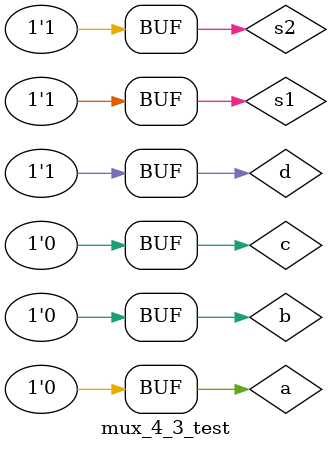
<source format=v>
`timescale 1ns / 1ps


module mux_4_3_test;

	// Inputs
	reg s1;
	reg s2;
	reg a;
	reg b;
	reg c;
	reg d;

	// Outputs
	wire out;

	// Instantiate the Unit Under Test (UUT)
	mux_4_ uut (
		.s1(s1), 
		.s2(s2), 
		.a(a), 
		.b(b), 
		.c(c), 
		.d(d), 
		.out(out)
	);

	initial begin
		// Initialize Inputs
		/*
		s1 = 0;
		s2 = 0;
		a = 0;
		b = 0;
		c = 0;
		d = 0;

		// Wait 100 ns for global reset to finish
		#100;*/
        
		// Add stimulus here
		s1 = 0; s2 = 0; a = 0; b = 0; c = 0; d = 0; #100;
		s1 = 0; s2 = 0; a = 1; b = 0; c = 0; d = 0; #100;
		
		s1 = 0; s2 = 1; a = 0; b = 0; c = 0; d = 0; #100;
		s1 = 0; s2 = 1; a = 0; b = 1; c = 0; d = 0; #100;
		
		s1 = 1; s2 = 0; a = 0; b = 0; c = 0; d = 0; #100;
		s1 = 1; s2 = 0; a = 0; b = 0; c = 1; d = 0; #100;
		
		s1 = 1; s2 = 1; a = 0; b = 0; c = 0; d = 0; #100;
		s1 = 1; s2 = 1; a = 0; b = 0; c = 0; d = 1; #100;

	end
      
endmodule


</source>
